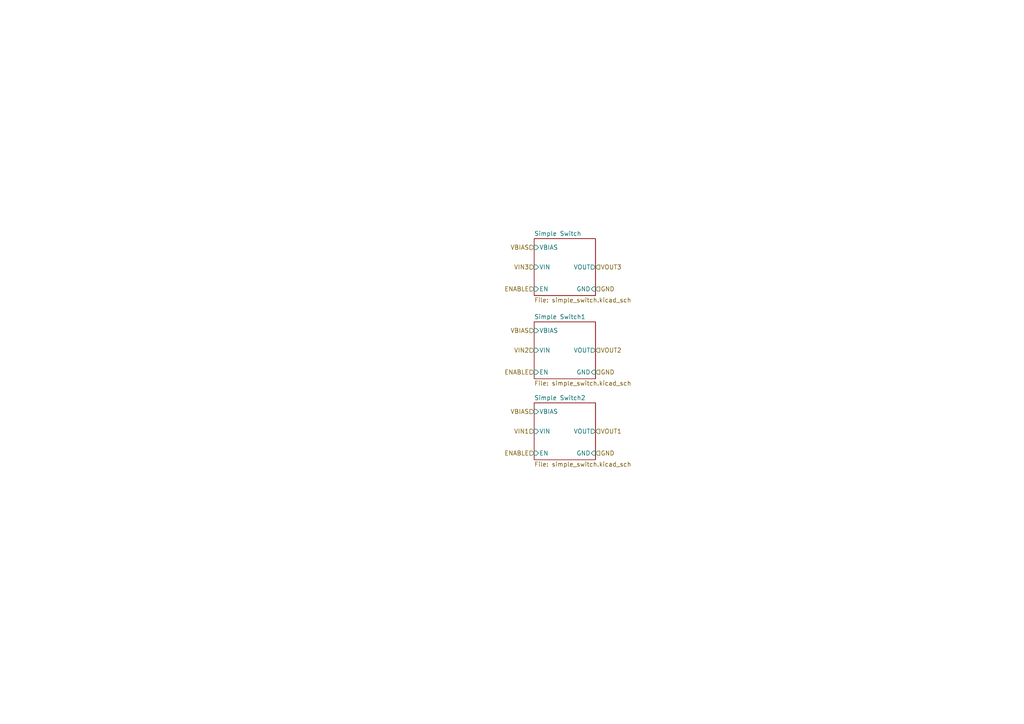
<source format=kicad_sch>
(kicad_sch
	(version 20250114)
	(generator "eeschema")
	(generator_version "9.0")
	(uuid "0f53354f-3bcf-4cf4-8e65-7a88ecf8bfa8")
	(paper "A4")
	(lib_symbols)
	(hierarchical_label "VOUT1"
		(shape input)
		(at 172.72 125.095 0)
		(effects
			(font
				(size 1.27 1.27)
			)
			(justify left)
		)
		(uuid "0245b974-2e02-4b52-be7f-3d3d0ceb7059")
	)
	(hierarchical_label "VIN2"
		(shape input)
		(at 154.94 101.6 180)
		(effects
			(font
				(size 1.27 1.27)
			)
			(justify right)
		)
		(uuid "3643a620-83f0-4681-9bdc-d4f05ee54b7c")
	)
	(hierarchical_label "GND"
		(shape input)
		(at 172.72 107.95 0)
		(effects
			(font
				(size 1.27 1.27)
			)
			(justify left)
		)
		(uuid "413b9ac4-31f7-4dd8-bdd7-7020a499c920")
	)
	(hierarchical_label "VIN3"
		(shape input)
		(at 154.94 77.47 180)
		(effects
			(font
				(size 1.27 1.27)
			)
			(justify right)
		)
		(uuid "4892f0cb-3e78-4492-8c40-5a327af47a85")
	)
	(hierarchical_label "VOUT3"
		(shape input)
		(at 172.72 77.47 0)
		(effects
			(font
				(size 1.27 1.27)
			)
			(justify left)
		)
		(uuid "516aeeb8-d831-4484-bff1-ad8f09b54bc7")
	)
	(hierarchical_label "ENABLE"
		(shape input)
		(at 154.94 131.445 180)
		(effects
			(font
				(size 1.27 1.27)
			)
			(justify right)
		)
		(uuid "6981e359-32a5-4221-885c-97136fd471a2")
	)
	(hierarchical_label "VBIAS"
		(shape input)
		(at 154.94 119.38 180)
		(effects
			(font
				(size 1.27 1.27)
			)
			(justify right)
		)
		(uuid "7164baca-caf0-42e4-8b0d-8eebd944ad3e")
	)
	(hierarchical_label "VOUT2"
		(shape input)
		(at 172.72 101.6 0)
		(effects
			(font
				(size 1.27 1.27)
			)
			(justify left)
		)
		(uuid "8224de1a-8758-4912-9634-9423a8430cc0")
	)
	(hierarchical_label "VBIAS"
		(shape input)
		(at 154.94 95.885 180)
		(effects
			(font
				(size 1.27 1.27)
			)
			(justify right)
		)
		(uuid "84eadd9a-a0d2-48f7-9836-2ed3183e9d1d")
	)
	(hierarchical_label "ENABLE"
		(shape input)
		(at 154.94 107.95 180)
		(effects
			(font
				(size 1.27 1.27)
			)
			(justify right)
		)
		(uuid "9737ee10-0f04-4a02-9669-e7c1ed44234a")
	)
	(hierarchical_label "VIN1"
		(shape input)
		(at 154.94 125.095 180)
		(effects
			(font
				(size 1.27 1.27)
			)
			(justify right)
		)
		(uuid "b0ee836f-86ac-4459-ba74-d6be7947c163")
	)
	(hierarchical_label "GND"
		(shape input)
		(at 172.72 83.82 0)
		(effects
			(font
				(size 1.27 1.27)
			)
			(justify left)
		)
		(uuid "baee3b9a-3dd7-4c57-b81a-1d071345e923")
	)
	(hierarchical_label "VBIAS"
		(shape input)
		(at 154.94 71.755 180)
		(effects
			(font
				(size 1.27 1.27)
			)
			(justify right)
		)
		(uuid "cf08c5eb-27f0-4c9b-a863-58b978779352")
	)
	(hierarchical_label "GND"
		(shape input)
		(at 172.72 131.445 0)
		(effects
			(font
				(size 1.27 1.27)
			)
			(justify left)
		)
		(uuid "e3e7fc38-28a8-40c9-8359-6779a02b90c5")
	)
	(hierarchical_label "ENABLE"
		(shape input)
		(at 154.94 83.82 180)
		(effects
			(font
				(size 1.27 1.27)
			)
			(justify right)
		)
		(uuid "fdb95aa6-7211-4a3d-85d9-103d71d22345")
	)
	(sheet
		(at 154.94 93.345)
		(size 17.78 16.51)
		(exclude_from_sim no)
		(in_bom yes)
		(on_board yes)
		(dnp no)
		(fields_autoplaced yes)
		(stroke
			(width 0.1524)
			(type solid)
		)
		(fill
			(color 0 0 0 0.0000)
		)
		(uuid "03862b24-5072-4f26-9a88-8ef091cc932e")
		(property "Sheetname" "Simple Switch1"
			(at 154.94 92.6334 0)
			(effects
				(font
					(size 1.27 1.27)
				)
				(justify left bottom)
			)
		)
		(property "Sheetfile" "simple_switch.kicad_sch"
			(at 154.94 110.4396 0)
			(effects
				(font
					(size 1.27 1.27)
				)
				(justify left top)
			)
		)
		(pin "GND" input
			(at 172.72 107.95 0)
			(uuid "31d08a4b-f3aa-4db4-9ac1-dab423cb406c")
			(effects
				(font
					(size 1.27 1.27)
				)
				(justify right)
			)
		)
		(pin "VOUT" output
			(at 172.72 101.6 0)
			(uuid "1a8f54f0-5d6f-4b55-b336-2ed0de0218e6")
			(effects
				(font
					(size 1.27 1.27)
				)
				(justify right)
			)
		)
		(pin "EN" input
			(at 154.94 107.95 180)
			(uuid "2a52258b-365f-498f-901d-080358a3e20f")
			(effects
				(font
					(size 1.27 1.27)
				)
				(justify left)
			)
		)
		(pin "VIN" input
			(at 154.94 101.6 180)
			(uuid "b79b18bd-04cc-4551-96a1-577539ddac31")
			(effects
				(font
					(size 1.27 1.27)
				)
				(justify left)
			)
		)
		(pin "VBIAS" input
			(at 154.94 95.885 180)
			(uuid "d84696b1-e4f0-48ae-9540-29614fa4f4a0")
			(effects
				(font
					(size 1.27 1.27)
				)
				(justify left)
			)
		)
		(instances
			(project "sci_board"
				(path "/b4b2c88d-f6cd-4e60-862d-e21f68728580/5e5b27f8-7a4c-45d0-95f8-aff71797fcd3/3113fc14-4b9f-4852-8ddb-4c564d791d7f"
					(page "15")
				)
				(path "/b4b2c88d-f6cd-4e60-862d-e21f68728580/5e5b27f8-7a4c-45d0-95f8-aff71797fcd3/df99859d-8e37-4f21-a1c5-637d9e74b907"
					(page "19")
				)
				(path "/b4b2c88d-f6cd-4e60-862d-e21f68728580/5e5b27f8-7a4c-45d0-95f8-aff71797fcd3/09c52fbd-a66a-456f-a3b3-a583ddfe7084"
					(page "28")
				)
			)
			(project ""
				(path "/54eedb8f-e62b-4b71-8a4a-37cfd7f532ab"
					(page "#")
				)
			)
		)
	)
	(sheet
		(at 154.94 116.84)
		(size 17.78 16.51)
		(exclude_from_sim no)
		(in_bom yes)
		(on_board yes)
		(dnp no)
		(fields_autoplaced yes)
		(stroke
			(width 0.1524)
			(type solid)
		)
		(fill
			(color 0 0 0 0.0000)
		)
		(uuid "98fe85ae-88e3-40b1-83ee-8d89343e2a54")
		(property "Sheetname" "Simple Switch2"
			(at 154.94 116.1284 0)
			(effects
				(font
					(size 1.27 1.27)
				)
				(justify left bottom)
			)
		)
		(property "Sheetfile" "simple_switch.kicad_sch"
			(at 154.94 133.9346 0)
			(effects
				(font
					(size 1.27 1.27)
				)
				(justify left top)
			)
		)
		(pin "GND" input
			(at 172.72 131.445 0)
			(uuid "686dc2b4-fa45-466a-baa9-f436f3cb6429")
			(effects
				(font
					(size 1.27 1.27)
				)
				(justify right)
			)
		)
		(pin "VOUT" output
			(at 172.72 125.095 0)
			(uuid "89106c72-fe81-4925-8b7f-b6d5eb7c6573")
			(effects
				(font
					(size 1.27 1.27)
				)
				(justify right)
			)
		)
		(pin "EN" input
			(at 154.94 131.445 180)
			(uuid "b06c65a1-69e5-4353-9301-104e9bb3bd56")
			(effects
				(font
					(size 1.27 1.27)
				)
				(justify left)
			)
		)
		(pin "VIN" input
			(at 154.94 125.095 180)
			(uuid "fb0da98d-d839-43aa-bb43-76d2edaea506")
			(effects
				(font
					(size 1.27 1.27)
				)
				(justify left)
			)
		)
		(pin "VBIAS" input
			(at 154.94 119.38 180)
			(uuid "2d95937a-bc53-413d-a4a3-6ecde80ae165")
			(effects
				(font
					(size 1.27 1.27)
				)
				(justify left)
			)
		)
		(instances
			(project "sci_board"
				(path "/b4b2c88d-f6cd-4e60-862d-e21f68728580/5e5b27f8-7a4c-45d0-95f8-aff71797fcd3/3113fc14-4b9f-4852-8ddb-4c564d791d7f"
					(page "29")
				)
				(path "/b4b2c88d-f6cd-4e60-862d-e21f68728580/5e5b27f8-7a4c-45d0-95f8-aff71797fcd3/df99859d-8e37-4f21-a1c5-637d9e74b907"
					(page "30")
				)
				(path "/b4b2c88d-f6cd-4e60-862d-e21f68728580/5e5b27f8-7a4c-45d0-95f8-aff71797fcd3/09c52fbd-a66a-456f-a3b3-a583ddfe7084"
					(page "31")
				)
			)
			(project ""
				(path "/54eedb8f-e62b-4b71-8a4a-37cfd7f532ab"
					(page "#")
				)
			)
		)
	)
	(sheet
		(at 154.94 69.215)
		(size 17.78 16.51)
		(exclude_from_sim no)
		(in_bom yes)
		(on_board yes)
		(dnp no)
		(fields_autoplaced yes)
		(stroke
			(width 0.1524)
			(type solid)
		)
		(fill
			(color 0 0 0 0.0000)
		)
		(uuid "b68dd023-ac10-4845-8ce1-1e6a3ce1aca0")
		(property "Sheetname" "Simple Switch"
			(at 154.94 68.5034 0)
			(effects
				(font
					(size 1.27 1.27)
				)
				(justify left bottom)
			)
		)
		(property "Sheetfile" "simple_switch.kicad_sch"
			(at 154.94 86.3096 0)
			(effects
				(font
					(size 1.27 1.27)
				)
				(justify left top)
			)
		)
		(pin "GND" input
			(at 172.72 83.82 0)
			(uuid "75f6f3ae-787e-4bd4-8b9d-b716bd38c35c")
			(effects
				(font
					(size 1.27 1.27)
				)
				(justify right)
			)
		)
		(pin "VOUT" output
			(at 172.72 77.47 0)
			(uuid "84b3cdd2-0a56-41f9-bf27-be4de98c90f5")
			(effects
				(font
					(size 1.27 1.27)
				)
				(justify right)
			)
		)
		(pin "EN" input
			(at 154.94 83.82 180)
			(uuid "77ed4cbe-17eb-401f-9ec7-fe8726477f76")
			(effects
				(font
					(size 1.27 1.27)
				)
				(justify left)
			)
		)
		(pin "VIN" input
			(at 154.94 77.47 180)
			(uuid "7e642b0a-70f7-46c4-b29e-d7099cb057a3")
			(effects
				(font
					(size 1.27 1.27)
				)
				(justify left)
			)
		)
		(pin "VBIAS" input
			(at 154.94 71.755 180)
			(uuid "f00f8b71-6be1-4338-adb5-7e92afa66899")
			(effects
				(font
					(size 1.27 1.27)
				)
				(justify left)
			)
		)
		(instances
			(project "sci_board"
				(path "/b4b2c88d-f6cd-4e60-862d-e21f68728580/5e5b27f8-7a4c-45d0-95f8-aff71797fcd3/3113fc14-4b9f-4852-8ddb-4c564d791d7f"
					(page "32")
				)
			)
			(project ""
				(path "/54eedb8f-e62b-4b71-8a4a-37cfd7f532ab"
					(page "#")
				)
			)
			(project ""
				(path "/09c52fbd-a66a-456f-a3b3-a583ddfe7084"
					(page "")
				)
			)
			(project "sci_board"
				(path "/b4b2c88d-f6cd-4e60-862d-e21f68728580/5e5b27f8-7a4c-45d0-95f8-aff71797fcd3/09c52fbd-a66a-456f-a3b3-a583ddfe7084"
					(page "28")
				)
			)
			(project ""
				(path "/df99859d-8e37-4f21-a1c5-637d9e74b907"
					(page "")
				)
			)
			(project "sci_board"
				(path "/b4b2c88d-f6cd-4e60-862d-e21f68728580/5e5b27f8-7a4c-45d0-95f8-aff71797fcd3/df99859d-8e37-4f21-a1c5-637d9e74b907"
					(page "33")
				)
			)
		)
	)
)

</source>
